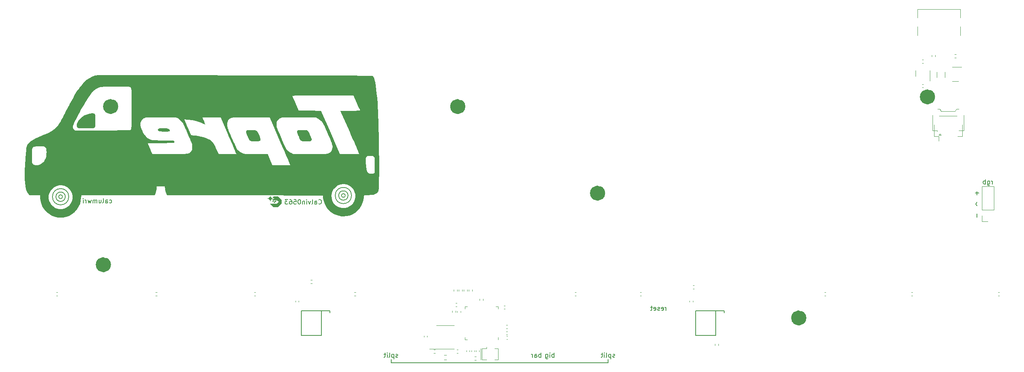
<source format=gbr>
%TF.GenerationSoftware,KiCad,Pcbnew,(7.0.0)*%
%TF.CreationDate,2024-05-04T00:17:19+02:00*%
%TF.ProjectId,minivan,6d696e69-7661-46e2-9e6b-696361645f70,rev?*%
%TF.SameCoordinates,Original*%
%TF.FileFunction,Legend,Bot*%
%TF.FilePolarity,Positive*%
%FSLAX46Y46*%
G04 Gerber Fmt 4.6, Leading zero omitted, Abs format (unit mm)*
G04 Created by KiCad (PCBNEW (7.0.0)) date 2024-05-04 00:17:19*
%MOMM*%
%LPD*%
G01*
G04 APERTURE LIST*
%ADD10C,1.662500*%
%ADD11C,0.150000*%
%ADD12C,0.200000*%
%ADD13C,0.120000*%
%ADD14C,0.170180*%
%ADD15C,0.002540*%
G04 APERTURE END LIST*
D10*
X162040092Y-59537716D02*
G75*
G03*
X162040092Y-59537716I-831250J0D01*
G01*
X55190491Y-40481250D02*
G75*
G03*
X55190491Y-40481250I-831250J0D01*
G01*
D11*
X43792475Y-60325000D02*
G75*
G03*
X43792475Y-60325000I-419576J0D01*
G01*
D10*
X206187789Y-86970483D02*
G75*
G03*
X206187789Y-86970483I-831250J0D01*
G01*
D11*
X115887500Y-96837500D02*
X115887500Y-96043750D01*
X105840358Y-60051583D02*
G75*
G03*
X105840358Y-60051583I-419576J0D01*
G01*
D10*
X234430273Y-38366935D02*
G75*
G03*
X234430273Y-38366935I-831250J0D01*
G01*
D11*
X163512500Y-96043750D02*
X163512500Y-96837500D01*
D10*
X53590324Y-75254242D02*
G75*
G03*
X53590324Y-75254242I-831250J0D01*
G01*
D11*
X106449028Y-60051583D02*
G75*
G03*
X106449028Y-60051583I-1028246J0D01*
G01*
X44401145Y-60325000D02*
G75*
G03*
X44401145Y-60325000I-1028246J0D01*
G01*
X163512500Y-96837500D02*
X115887500Y-96837500D01*
D10*
X131358823Y-40493917D02*
G75*
G03*
X131358823Y-40493917I-831250J0D01*
G01*
D11*
X45161366Y-60325000D02*
G75*
G03*
X45161366Y-60325000I-1788467J0D01*
G01*
X107209249Y-60051583D02*
G75*
G03*
X107209249Y-60051583I-1788467J0D01*
G01*
X244442709Y-64057409D02*
X244442709Y-64819314D01*
D12*
X99996726Y-61844460D02*
X100044345Y-61892079D01*
X100044345Y-61892079D02*
X100187202Y-61939698D01*
X100187202Y-61939698D02*
X100282440Y-61939698D01*
X100282440Y-61939698D02*
X100425297Y-61892079D01*
X100425297Y-61892079D02*
X100520535Y-61796841D01*
X100520535Y-61796841D02*
X100568154Y-61701603D01*
X100568154Y-61701603D02*
X100615773Y-61511127D01*
X100615773Y-61511127D02*
X100615773Y-61368270D01*
X100615773Y-61368270D02*
X100568154Y-61177794D01*
X100568154Y-61177794D02*
X100520535Y-61082556D01*
X100520535Y-61082556D02*
X100425297Y-60987318D01*
X100425297Y-60987318D02*
X100282440Y-60939698D01*
X100282440Y-60939698D02*
X100187202Y-60939698D01*
X100187202Y-60939698D02*
X100044345Y-60987318D01*
X100044345Y-60987318D02*
X99996726Y-61034937D01*
X99139583Y-61939698D02*
X99139583Y-61415889D01*
X99139583Y-61415889D02*
X99187202Y-61320651D01*
X99187202Y-61320651D02*
X99282440Y-61273032D01*
X99282440Y-61273032D02*
X99472916Y-61273032D01*
X99472916Y-61273032D02*
X99568154Y-61320651D01*
X99139583Y-61892079D02*
X99234821Y-61939698D01*
X99234821Y-61939698D02*
X99472916Y-61939698D01*
X99472916Y-61939698D02*
X99568154Y-61892079D01*
X99568154Y-61892079D02*
X99615773Y-61796841D01*
X99615773Y-61796841D02*
X99615773Y-61701603D01*
X99615773Y-61701603D02*
X99568154Y-61606365D01*
X99568154Y-61606365D02*
X99472916Y-61558746D01*
X99472916Y-61558746D02*
X99234821Y-61558746D01*
X99234821Y-61558746D02*
X99139583Y-61511127D01*
X98520535Y-61939698D02*
X98615773Y-61892079D01*
X98615773Y-61892079D02*
X98663392Y-61796841D01*
X98663392Y-61796841D02*
X98663392Y-60939698D01*
X98234820Y-61273032D02*
X97996725Y-61939698D01*
X97996725Y-61939698D02*
X97758630Y-61273032D01*
X97377677Y-61939698D02*
X97377677Y-61273032D01*
X97377677Y-60939698D02*
X97425296Y-60987318D01*
X97425296Y-60987318D02*
X97377677Y-61034937D01*
X97377677Y-61034937D02*
X97330058Y-60987318D01*
X97330058Y-60987318D02*
X97377677Y-60939698D01*
X97377677Y-60939698D02*
X97377677Y-61034937D01*
X96901487Y-61273032D02*
X96901487Y-61939698D01*
X96901487Y-61368270D02*
X96853868Y-61320651D01*
X96853868Y-61320651D02*
X96758630Y-61273032D01*
X96758630Y-61273032D02*
X96615773Y-61273032D01*
X96615773Y-61273032D02*
X96520535Y-61320651D01*
X96520535Y-61320651D02*
X96472916Y-61415889D01*
X96472916Y-61415889D02*
X96472916Y-61939698D01*
X95806249Y-60939698D02*
X95711011Y-60939698D01*
X95711011Y-60939698D02*
X95615773Y-60987318D01*
X95615773Y-60987318D02*
X95568154Y-61034937D01*
X95568154Y-61034937D02*
X95520535Y-61130175D01*
X95520535Y-61130175D02*
X95472916Y-61320651D01*
X95472916Y-61320651D02*
X95472916Y-61558746D01*
X95472916Y-61558746D02*
X95520535Y-61749222D01*
X95520535Y-61749222D02*
X95568154Y-61844460D01*
X95568154Y-61844460D02*
X95615773Y-61892079D01*
X95615773Y-61892079D02*
X95711011Y-61939698D01*
X95711011Y-61939698D02*
X95806249Y-61939698D01*
X95806249Y-61939698D02*
X95901487Y-61892079D01*
X95901487Y-61892079D02*
X95949106Y-61844460D01*
X95949106Y-61844460D02*
X95996725Y-61749222D01*
X95996725Y-61749222D02*
X96044344Y-61558746D01*
X96044344Y-61558746D02*
X96044344Y-61320651D01*
X96044344Y-61320651D02*
X95996725Y-61130175D01*
X95996725Y-61130175D02*
X95949106Y-61034937D01*
X95949106Y-61034937D02*
X95901487Y-60987318D01*
X95901487Y-60987318D02*
X95806249Y-60939698D01*
X94568154Y-60939698D02*
X95044344Y-60939698D01*
X95044344Y-60939698D02*
X95091963Y-61415889D01*
X95091963Y-61415889D02*
X95044344Y-61368270D01*
X95044344Y-61368270D02*
X94949106Y-61320651D01*
X94949106Y-61320651D02*
X94711011Y-61320651D01*
X94711011Y-61320651D02*
X94615773Y-61368270D01*
X94615773Y-61368270D02*
X94568154Y-61415889D01*
X94568154Y-61415889D02*
X94520535Y-61511127D01*
X94520535Y-61511127D02*
X94520535Y-61749222D01*
X94520535Y-61749222D02*
X94568154Y-61844460D01*
X94568154Y-61844460D02*
X94615773Y-61892079D01*
X94615773Y-61892079D02*
X94711011Y-61939698D01*
X94711011Y-61939698D02*
X94949106Y-61939698D01*
X94949106Y-61939698D02*
X95044344Y-61892079D01*
X95044344Y-61892079D02*
X95091963Y-61844460D01*
X93663392Y-60939698D02*
X93853868Y-60939698D01*
X93853868Y-60939698D02*
X93949106Y-60987318D01*
X93949106Y-60987318D02*
X93996725Y-61034937D01*
X93996725Y-61034937D02*
X94091963Y-61177794D01*
X94091963Y-61177794D02*
X94139582Y-61368270D01*
X94139582Y-61368270D02*
X94139582Y-61749222D01*
X94139582Y-61749222D02*
X94091963Y-61844460D01*
X94091963Y-61844460D02*
X94044344Y-61892079D01*
X94044344Y-61892079D02*
X93949106Y-61939698D01*
X93949106Y-61939698D02*
X93758630Y-61939698D01*
X93758630Y-61939698D02*
X93663392Y-61892079D01*
X93663392Y-61892079D02*
X93615773Y-61844460D01*
X93615773Y-61844460D02*
X93568154Y-61749222D01*
X93568154Y-61749222D02*
X93568154Y-61511127D01*
X93568154Y-61511127D02*
X93615773Y-61415889D01*
X93615773Y-61415889D02*
X93663392Y-61368270D01*
X93663392Y-61368270D02*
X93758630Y-61320651D01*
X93758630Y-61320651D02*
X93949106Y-61320651D01*
X93949106Y-61320651D02*
X94044344Y-61368270D01*
X94044344Y-61368270D02*
X94091963Y-61415889D01*
X94091963Y-61415889D02*
X94139582Y-61511127D01*
X93234820Y-60939698D02*
X92615773Y-60939698D01*
X92615773Y-60939698D02*
X92949106Y-61320651D01*
X92949106Y-61320651D02*
X92806249Y-61320651D01*
X92806249Y-61320651D02*
X92711011Y-61368270D01*
X92711011Y-61368270D02*
X92663392Y-61415889D01*
X92663392Y-61415889D02*
X92615773Y-61511127D01*
X92615773Y-61511127D02*
X92615773Y-61749222D01*
X92615773Y-61749222D02*
X92663392Y-61844460D01*
X92663392Y-61844460D02*
X92711011Y-61892079D01*
X92711011Y-61892079D02*
X92806249Y-61939698D01*
X92806249Y-61939698D02*
X93091963Y-61939698D01*
X93091963Y-61939698D02*
X93187201Y-61892079D01*
X93187201Y-61892079D02*
X93234820Y-61844460D01*
D11*
X247832440Y-57517380D02*
X247832440Y-56850714D01*
X247832440Y-57041190D02*
X247784821Y-56945952D01*
X247784821Y-56945952D02*
X247737202Y-56898333D01*
X247737202Y-56898333D02*
X247641964Y-56850714D01*
X247641964Y-56850714D02*
X247546726Y-56850714D01*
X246784821Y-56850714D02*
X246784821Y-57660238D01*
X246784821Y-57660238D02*
X246832440Y-57755476D01*
X246832440Y-57755476D02*
X246880059Y-57803095D01*
X246880059Y-57803095D02*
X246975297Y-57850714D01*
X246975297Y-57850714D02*
X247118154Y-57850714D01*
X247118154Y-57850714D02*
X247213392Y-57803095D01*
X246784821Y-57469761D02*
X246880059Y-57517380D01*
X246880059Y-57517380D02*
X247070535Y-57517380D01*
X247070535Y-57517380D02*
X247165773Y-57469761D01*
X247165773Y-57469761D02*
X247213392Y-57422142D01*
X247213392Y-57422142D02*
X247261011Y-57326904D01*
X247261011Y-57326904D02*
X247261011Y-57041190D01*
X247261011Y-57041190D02*
X247213392Y-56945952D01*
X247213392Y-56945952D02*
X247165773Y-56898333D01*
X247165773Y-56898333D02*
X247070535Y-56850714D01*
X247070535Y-56850714D02*
X246880059Y-56850714D01*
X246880059Y-56850714D02*
X246784821Y-56898333D01*
X246308630Y-57517380D02*
X246308630Y-56517380D01*
X246308630Y-56898333D02*
X246213392Y-56850714D01*
X246213392Y-56850714D02*
X246022916Y-56850714D01*
X246022916Y-56850714D02*
X245927678Y-56898333D01*
X245927678Y-56898333D02*
X245880059Y-56945952D01*
X245880059Y-56945952D02*
X245832440Y-57041190D01*
X245832440Y-57041190D02*
X245832440Y-57326904D01*
X245832440Y-57326904D02*
X245880059Y-57422142D01*
X245880059Y-57422142D02*
X245927678Y-57469761D01*
X245927678Y-57469761D02*
X246022916Y-57517380D01*
X246022916Y-57517380D02*
X246213392Y-57517380D01*
X246213392Y-57517380D02*
X246308630Y-57469761D01*
X164964880Y-95569761D02*
X164869642Y-95617380D01*
X164869642Y-95617380D02*
X164679166Y-95617380D01*
X164679166Y-95617380D02*
X164583928Y-95569761D01*
X164583928Y-95569761D02*
X164536309Y-95474523D01*
X164536309Y-95474523D02*
X164536309Y-95426904D01*
X164536309Y-95426904D02*
X164583928Y-95331666D01*
X164583928Y-95331666D02*
X164679166Y-95284047D01*
X164679166Y-95284047D02*
X164822023Y-95284047D01*
X164822023Y-95284047D02*
X164917261Y-95236428D01*
X164917261Y-95236428D02*
X164964880Y-95141190D01*
X164964880Y-95141190D02*
X164964880Y-95093571D01*
X164964880Y-95093571D02*
X164917261Y-94998333D01*
X164917261Y-94998333D02*
X164822023Y-94950714D01*
X164822023Y-94950714D02*
X164679166Y-94950714D01*
X164679166Y-94950714D02*
X164583928Y-94998333D01*
X164107737Y-94950714D02*
X164107737Y-95950714D01*
X164107737Y-94998333D02*
X164012499Y-94950714D01*
X164012499Y-94950714D02*
X163822023Y-94950714D01*
X163822023Y-94950714D02*
X163726785Y-94998333D01*
X163726785Y-94998333D02*
X163679166Y-95045952D01*
X163679166Y-95045952D02*
X163631547Y-95141190D01*
X163631547Y-95141190D02*
X163631547Y-95426904D01*
X163631547Y-95426904D02*
X163679166Y-95522142D01*
X163679166Y-95522142D02*
X163726785Y-95569761D01*
X163726785Y-95569761D02*
X163822023Y-95617380D01*
X163822023Y-95617380D02*
X164012499Y-95617380D01*
X164012499Y-95617380D02*
X164107737Y-95569761D01*
X163060118Y-95617380D02*
X163155356Y-95569761D01*
X163155356Y-95569761D02*
X163202975Y-95474523D01*
X163202975Y-95474523D02*
X163202975Y-94617380D01*
X162679165Y-95617380D02*
X162679165Y-94950714D01*
X162679165Y-94617380D02*
X162726784Y-94665000D01*
X162726784Y-94665000D02*
X162679165Y-94712619D01*
X162679165Y-94712619D02*
X162631546Y-94665000D01*
X162631546Y-94665000D02*
X162679165Y-94617380D01*
X162679165Y-94617380D02*
X162679165Y-94712619D01*
X162345832Y-94950714D02*
X161964880Y-94950714D01*
X162202975Y-94617380D02*
X162202975Y-95474523D01*
X162202975Y-95474523D02*
X162155356Y-95569761D01*
X162155356Y-95569761D02*
X162060118Y-95617380D01*
X162060118Y-95617380D02*
X161964880Y-95617380D01*
X117339880Y-95569761D02*
X117244642Y-95617380D01*
X117244642Y-95617380D02*
X117054166Y-95617380D01*
X117054166Y-95617380D02*
X116958928Y-95569761D01*
X116958928Y-95569761D02*
X116911309Y-95474523D01*
X116911309Y-95474523D02*
X116911309Y-95426904D01*
X116911309Y-95426904D02*
X116958928Y-95331666D01*
X116958928Y-95331666D02*
X117054166Y-95284047D01*
X117054166Y-95284047D02*
X117197023Y-95284047D01*
X117197023Y-95284047D02*
X117292261Y-95236428D01*
X117292261Y-95236428D02*
X117339880Y-95141190D01*
X117339880Y-95141190D02*
X117339880Y-95093571D01*
X117339880Y-95093571D02*
X117292261Y-94998333D01*
X117292261Y-94998333D02*
X117197023Y-94950714D01*
X117197023Y-94950714D02*
X117054166Y-94950714D01*
X117054166Y-94950714D02*
X116958928Y-94998333D01*
X116482737Y-94950714D02*
X116482737Y-95950714D01*
X116482737Y-94998333D02*
X116387499Y-94950714D01*
X116387499Y-94950714D02*
X116197023Y-94950714D01*
X116197023Y-94950714D02*
X116101785Y-94998333D01*
X116101785Y-94998333D02*
X116054166Y-95045952D01*
X116054166Y-95045952D02*
X116006547Y-95141190D01*
X116006547Y-95141190D02*
X116006547Y-95426904D01*
X116006547Y-95426904D02*
X116054166Y-95522142D01*
X116054166Y-95522142D02*
X116101785Y-95569761D01*
X116101785Y-95569761D02*
X116197023Y-95617380D01*
X116197023Y-95617380D02*
X116387499Y-95617380D01*
X116387499Y-95617380D02*
X116482737Y-95569761D01*
X115435118Y-95617380D02*
X115530356Y-95569761D01*
X115530356Y-95569761D02*
X115577975Y-95474523D01*
X115577975Y-95474523D02*
X115577975Y-94617380D01*
X115054165Y-95617380D02*
X115054165Y-94950714D01*
X115054165Y-94617380D02*
X115101784Y-94665000D01*
X115101784Y-94665000D02*
X115054165Y-94712619D01*
X115054165Y-94712619D02*
X115006546Y-94665000D01*
X115006546Y-94665000D02*
X115054165Y-94617380D01*
X115054165Y-94617380D02*
X115054165Y-94712619D01*
X114720832Y-94950714D02*
X114339880Y-94950714D01*
X114577975Y-94617380D02*
X114577975Y-95474523D01*
X114577975Y-95474523D02*
X114530356Y-95569761D01*
X114530356Y-95569761D02*
X114435118Y-95617380D01*
X114435118Y-95617380D02*
X114339880Y-95617380D01*
D12*
X244478880Y-61563406D02*
X244193165Y-61944358D01*
X244193165Y-61944358D02*
X244478880Y-62325310D01*
D11*
X244461428Y-59150298D02*
X244461428Y-59912203D01*
X244842380Y-59531250D02*
X244080476Y-59531250D01*
X176244047Y-85298630D02*
X176244047Y-84631964D01*
X176244047Y-84822440D02*
X176196428Y-84727202D01*
X176196428Y-84727202D02*
X176148809Y-84679583D01*
X176148809Y-84679583D02*
X176053571Y-84631964D01*
X176053571Y-84631964D02*
X175958333Y-84631964D01*
X175244047Y-85251011D02*
X175339285Y-85298630D01*
X175339285Y-85298630D02*
X175529761Y-85298630D01*
X175529761Y-85298630D02*
X175624999Y-85251011D01*
X175624999Y-85251011D02*
X175672618Y-85155773D01*
X175672618Y-85155773D02*
X175672618Y-84774821D01*
X175672618Y-84774821D02*
X175624999Y-84679583D01*
X175624999Y-84679583D02*
X175529761Y-84631964D01*
X175529761Y-84631964D02*
X175339285Y-84631964D01*
X175339285Y-84631964D02*
X175244047Y-84679583D01*
X175244047Y-84679583D02*
X175196428Y-84774821D01*
X175196428Y-84774821D02*
X175196428Y-84870059D01*
X175196428Y-84870059D02*
X175672618Y-84965297D01*
X174815475Y-85251011D02*
X174720237Y-85298630D01*
X174720237Y-85298630D02*
X174529761Y-85298630D01*
X174529761Y-85298630D02*
X174434523Y-85251011D01*
X174434523Y-85251011D02*
X174386904Y-85155773D01*
X174386904Y-85155773D02*
X174386904Y-85108154D01*
X174386904Y-85108154D02*
X174434523Y-85012916D01*
X174434523Y-85012916D02*
X174529761Y-84965297D01*
X174529761Y-84965297D02*
X174672618Y-84965297D01*
X174672618Y-84965297D02*
X174767856Y-84917678D01*
X174767856Y-84917678D02*
X174815475Y-84822440D01*
X174815475Y-84822440D02*
X174815475Y-84774821D01*
X174815475Y-84774821D02*
X174767856Y-84679583D01*
X174767856Y-84679583D02*
X174672618Y-84631964D01*
X174672618Y-84631964D02*
X174529761Y-84631964D01*
X174529761Y-84631964D02*
X174434523Y-84679583D01*
X173577380Y-85251011D02*
X173672618Y-85298630D01*
X173672618Y-85298630D02*
X173863094Y-85298630D01*
X173863094Y-85298630D02*
X173958332Y-85251011D01*
X173958332Y-85251011D02*
X174005951Y-85155773D01*
X174005951Y-85155773D02*
X174005951Y-84774821D01*
X174005951Y-84774821D02*
X173958332Y-84679583D01*
X173958332Y-84679583D02*
X173863094Y-84631964D01*
X173863094Y-84631964D02*
X173672618Y-84631964D01*
X173672618Y-84631964D02*
X173577380Y-84679583D01*
X173577380Y-84679583D02*
X173529761Y-84774821D01*
X173529761Y-84774821D02*
X173529761Y-84870059D01*
X173529761Y-84870059D02*
X174005951Y-84965297D01*
X173244046Y-84631964D02*
X172863094Y-84631964D01*
X173101189Y-84298630D02*
X173101189Y-85155773D01*
X173101189Y-85155773D02*
X173053570Y-85251011D01*
X173053570Y-85251011D02*
X172958332Y-85298630D01*
X172958332Y-85298630D02*
X172863094Y-85298630D01*
D12*
X54102083Y-61647261D02*
X54197321Y-61694880D01*
X54197321Y-61694880D02*
X54387797Y-61694880D01*
X54387797Y-61694880D02*
X54483035Y-61647261D01*
X54483035Y-61647261D02*
X54530654Y-61599642D01*
X54530654Y-61599642D02*
X54578273Y-61504404D01*
X54578273Y-61504404D02*
X54578273Y-61218690D01*
X54578273Y-61218690D02*
X54530654Y-61123452D01*
X54530654Y-61123452D02*
X54483035Y-61075833D01*
X54483035Y-61075833D02*
X54387797Y-61028214D01*
X54387797Y-61028214D02*
X54197321Y-61028214D01*
X54197321Y-61028214D02*
X54102083Y-61075833D01*
X53244940Y-61694880D02*
X53244940Y-61171071D01*
X53244940Y-61171071D02*
X53292559Y-61075833D01*
X53292559Y-61075833D02*
X53387797Y-61028214D01*
X53387797Y-61028214D02*
X53578273Y-61028214D01*
X53578273Y-61028214D02*
X53673511Y-61075833D01*
X53244940Y-61647261D02*
X53340178Y-61694880D01*
X53340178Y-61694880D02*
X53578273Y-61694880D01*
X53578273Y-61694880D02*
X53673511Y-61647261D01*
X53673511Y-61647261D02*
X53721130Y-61552023D01*
X53721130Y-61552023D02*
X53721130Y-61456785D01*
X53721130Y-61456785D02*
X53673511Y-61361547D01*
X53673511Y-61361547D02*
X53578273Y-61313928D01*
X53578273Y-61313928D02*
X53340178Y-61313928D01*
X53340178Y-61313928D02*
X53244940Y-61266309D01*
X52625892Y-61694880D02*
X52721130Y-61647261D01*
X52721130Y-61647261D02*
X52768749Y-61552023D01*
X52768749Y-61552023D02*
X52768749Y-60694880D01*
X51816368Y-61028214D02*
X51816368Y-61694880D01*
X52244939Y-61028214D02*
X52244939Y-61552023D01*
X52244939Y-61552023D02*
X52197320Y-61647261D01*
X52197320Y-61647261D02*
X52102082Y-61694880D01*
X52102082Y-61694880D02*
X51959225Y-61694880D01*
X51959225Y-61694880D02*
X51863987Y-61647261D01*
X51863987Y-61647261D02*
X51816368Y-61599642D01*
X51340177Y-61694880D02*
X51340177Y-61028214D01*
X51340177Y-61123452D02*
X51292558Y-61075833D01*
X51292558Y-61075833D02*
X51197320Y-61028214D01*
X51197320Y-61028214D02*
X51054463Y-61028214D01*
X51054463Y-61028214D02*
X50959225Y-61075833D01*
X50959225Y-61075833D02*
X50911606Y-61171071D01*
X50911606Y-61171071D02*
X50911606Y-61694880D01*
X50911606Y-61171071D02*
X50863987Y-61075833D01*
X50863987Y-61075833D02*
X50768749Y-61028214D01*
X50768749Y-61028214D02*
X50625892Y-61028214D01*
X50625892Y-61028214D02*
X50530653Y-61075833D01*
X50530653Y-61075833D02*
X50483034Y-61171071D01*
X50483034Y-61171071D02*
X50483034Y-61694880D01*
X50102082Y-61028214D02*
X49911606Y-61694880D01*
X49911606Y-61694880D02*
X49721130Y-61218690D01*
X49721130Y-61218690D02*
X49530654Y-61694880D01*
X49530654Y-61694880D02*
X49340178Y-61028214D01*
X48959225Y-61694880D02*
X48959225Y-61028214D01*
X48959225Y-61218690D02*
X48911606Y-61123452D01*
X48911606Y-61123452D02*
X48863987Y-61075833D01*
X48863987Y-61075833D02*
X48768749Y-61028214D01*
X48768749Y-61028214D02*
X48673511Y-61028214D01*
X48340177Y-61694880D02*
X48340177Y-61028214D01*
X48340177Y-60694880D02*
X48387796Y-60742500D01*
X48387796Y-60742500D02*
X48340177Y-60790119D01*
X48340177Y-60790119D02*
X48292558Y-60742500D01*
X48292558Y-60742500D02*
X48340177Y-60694880D01*
X48340177Y-60694880D02*
X48340177Y-60790119D01*
D11*
X151644047Y-95617380D02*
X151644047Y-94617380D01*
X151644047Y-94998333D02*
X151548809Y-94950714D01*
X151548809Y-94950714D02*
X151358333Y-94950714D01*
X151358333Y-94950714D02*
X151263095Y-94998333D01*
X151263095Y-94998333D02*
X151215476Y-95045952D01*
X151215476Y-95045952D02*
X151167857Y-95141190D01*
X151167857Y-95141190D02*
X151167857Y-95426904D01*
X151167857Y-95426904D02*
X151215476Y-95522142D01*
X151215476Y-95522142D02*
X151263095Y-95569761D01*
X151263095Y-95569761D02*
X151358333Y-95617380D01*
X151358333Y-95617380D02*
X151548809Y-95617380D01*
X151548809Y-95617380D02*
X151644047Y-95569761D01*
X150739285Y-95617380D02*
X150739285Y-94950714D01*
X150739285Y-94617380D02*
X150786904Y-94665000D01*
X150786904Y-94665000D02*
X150739285Y-94712619D01*
X150739285Y-94712619D02*
X150691666Y-94665000D01*
X150691666Y-94665000D02*
X150739285Y-94617380D01*
X150739285Y-94617380D02*
X150739285Y-94712619D01*
X149834524Y-94950714D02*
X149834524Y-95760238D01*
X149834524Y-95760238D02*
X149882143Y-95855476D01*
X149882143Y-95855476D02*
X149929762Y-95903095D01*
X149929762Y-95903095D02*
X150025000Y-95950714D01*
X150025000Y-95950714D02*
X150167857Y-95950714D01*
X150167857Y-95950714D02*
X150263095Y-95903095D01*
X149834524Y-95569761D02*
X149929762Y-95617380D01*
X149929762Y-95617380D02*
X150120238Y-95617380D01*
X150120238Y-95617380D02*
X150215476Y-95569761D01*
X150215476Y-95569761D02*
X150263095Y-95522142D01*
X150263095Y-95522142D02*
X150310714Y-95426904D01*
X150310714Y-95426904D02*
X150310714Y-95141190D01*
X150310714Y-95141190D02*
X150263095Y-95045952D01*
X150263095Y-95045952D02*
X150215476Y-94998333D01*
X150215476Y-94998333D02*
X150120238Y-94950714D01*
X150120238Y-94950714D02*
X149929762Y-94950714D01*
X149929762Y-94950714D02*
X149834524Y-94998333D01*
X148758333Y-95617380D02*
X148758333Y-94617380D01*
X148758333Y-94998333D02*
X148663095Y-94950714D01*
X148663095Y-94950714D02*
X148472619Y-94950714D01*
X148472619Y-94950714D02*
X148377381Y-94998333D01*
X148377381Y-94998333D02*
X148329762Y-95045952D01*
X148329762Y-95045952D02*
X148282143Y-95141190D01*
X148282143Y-95141190D02*
X148282143Y-95426904D01*
X148282143Y-95426904D02*
X148329762Y-95522142D01*
X148329762Y-95522142D02*
X148377381Y-95569761D01*
X148377381Y-95569761D02*
X148472619Y-95617380D01*
X148472619Y-95617380D02*
X148663095Y-95617380D01*
X148663095Y-95617380D02*
X148758333Y-95569761D01*
X147425000Y-95617380D02*
X147425000Y-95093571D01*
X147425000Y-95093571D02*
X147472619Y-94998333D01*
X147472619Y-94998333D02*
X147567857Y-94950714D01*
X147567857Y-94950714D02*
X147758333Y-94950714D01*
X147758333Y-94950714D02*
X147853571Y-94998333D01*
X147425000Y-95569761D02*
X147520238Y-95617380D01*
X147520238Y-95617380D02*
X147758333Y-95617380D01*
X147758333Y-95617380D02*
X147853571Y-95569761D01*
X147853571Y-95569761D02*
X147901190Y-95474523D01*
X147901190Y-95474523D02*
X147901190Y-95379285D01*
X147901190Y-95379285D02*
X147853571Y-95284047D01*
X147853571Y-95284047D02*
X147758333Y-95236428D01*
X147758333Y-95236428D02*
X147520238Y-95236428D01*
X147520238Y-95236428D02*
X147425000Y-95188809D01*
X146948809Y-95617380D02*
X146948809Y-94950714D01*
X146948809Y-95141190D02*
X146901190Y-95045952D01*
X146901190Y-95045952D02*
X146853571Y-94998333D01*
X146853571Y-94998333D02*
X146758333Y-94950714D01*
X146758333Y-94950714D02*
X146663095Y-94950714D01*
D13*
%TO.C,C10*%
X134246072Y-94118137D02*
X134246072Y-94333809D01*
X133526072Y-94118137D02*
X133526072Y-94333809D01*
%TO.C,R14*%
X64189257Y-81376250D02*
X64496539Y-81376250D01*
X64189257Y-82136250D02*
X64496539Y-82136250D01*
%TO.C,R23*%
X210983859Y-81376250D02*
X211291141Y-81376250D01*
X210983859Y-82136250D02*
X211291141Y-82136250D01*
%TO.C,R5*%
X132636250Y-80743417D02*
X132636250Y-81050699D01*
X131876250Y-80743417D02*
X131876250Y-81050699D01*
%TO.C,R18*%
X125566141Y-94742500D02*
X125258859Y-94742500D01*
X125566141Y-93982500D02*
X125258859Y-93982500D01*
%TO.C,Y1*%
X135601214Y-94117035D02*
X135601214Y-93717035D01*
X135601214Y-96117035D02*
X135601214Y-94117035D01*
X135801214Y-94117035D02*
X135801214Y-93717035D01*
X135801214Y-94117035D02*
X135801214Y-96117035D01*
X135801214Y-96117035D02*
X136801214Y-96117035D01*
X136801214Y-93717035D02*
X135801214Y-93717035D01*
X136801214Y-93717035D02*
X136801214Y-93317035D01*
X138601214Y-96117035D02*
X139401214Y-96117035D01*
X139401214Y-93717035D02*
X138601214Y-93717035D01*
X139401214Y-94117035D02*
X139401214Y-93717035D01*
X139401214Y-96117035D02*
X139401214Y-94117035D01*
%TO.C,G\u002A\u002A\u002A*%
G36*
X90546500Y-61449568D02*
G01*
X90318507Y-61677568D01*
X90164507Y-61677568D01*
X90010507Y-61677568D01*
X90238500Y-61449568D01*
X90466494Y-61221568D01*
X90620494Y-61221568D01*
X90774494Y-61221568D01*
X90546500Y-61449568D01*
G37*
G36*
X90154500Y-61335568D02*
G01*
X90040514Y-61449568D01*
X89885514Y-61449568D01*
X89730514Y-61449568D01*
X89844500Y-61335568D01*
X89958487Y-61221568D01*
X90113487Y-61221568D01*
X90268487Y-61221568D01*
X90154500Y-61335568D01*
G37*
G36*
X91469999Y-60665066D02*
G01*
X91861501Y-61056564D01*
X91861501Y-61449564D01*
X91861500Y-61842564D01*
X91470002Y-62234066D01*
X91078504Y-62625568D01*
X90588500Y-62625568D01*
X90098497Y-62625568D01*
X89706500Y-62233568D01*
X89314504Y-61841568D01*
X90097506Y-61841568D01*
X90880508Y-61841568D01*
X91076500Y-61645568D01*
X91272493Y-61449568D01*
X91076504Y-61253571D01*
X90880515Y-61057574D01*
X90296604Y-61057071D01*
X89712694Y-61056568D01*
X89731550Y-61034568D01*
X89738506Y-61026648D01*
X89751156Y-61012882D01*
X89765623Y-60997725D01*
X89781172Y-60981911D01*
X89797070Y-60966173D01*
X89812581Y-60951247D01*
X89826969Y-60937865D01*
X89839500Y-60926762D01*
X89863936Y-60906526D01*
X89913969Y-60868994D01*
X89966354Y-60834697D01*
X90021089Y-60803637D01*
X90078172Y-60775813D01*
X90137603Y-60751227D01*
X90199380Y-60729878D01*
X90263500Y-60711769D01*
X90270691Y-60709902D01*
X90279731Y-60707378D01*
X90286593Y-60705242D01*
X90290706Y-60703675D01*
X90291500Y-60702858D01*
X90289145Y-60702165D01*
X90283432Y-60700614D01*
X90275132Y-60698419D01*
X90264927Y-60695760D01*
X90253500Y-60692819D01*
X90238422Y-60688842D01*
X90181620Y-60671723D01*
X90125957Y-60651586D01*
X90071834Y-60628623D01*
X90019651Y-60603027D01*
X89969808Y-60574991D01*
X89922704Y-60544707D01*
X89878740Y-60512368D01*
X89866980Y-60503101D01*
X89981734Y-60388334D01*
X90096487Y-60273568D01*
X90587492Y-60273568D01*
X91078497Y-60273568D01*
X91469999Y-60665066D01*
G37*
G36*
X89400488Y-60070568D02*
G01*
X89400766Y-60071759D01*
X89402099Y-60077094D01*
X89404158Y-60085082D01*
X89406719Y-60094862D01*
X89409559Y-60105568D01*
X89420811Y-60143881D01*
X89439813Y-60196764D01*
X89462297Y-60247987D01*
X89488114Y-60297400D01*
X89517112Y-60344854D01*
X89549141Y-60390199D01*
X89584048Y-60433284D01*
X89621684Y-60473960D01*
X89661898Y-60512077D01*
X89704538Y-60547484D01*
X89749453Y-60580033D01*
X89796493Y-60609574D01*
X89845506Y-60635955D01*
X89896342Y-60659029D01*
X89948849Y-60678643D01*
X90002877Y-60694650D01*
X90006361Y-60695552D01*
X90016193Y-60698122D01*
X90024520Y-60700331D01*
X90030553Y-60701967D01*
X90033500Y-60702821D01*
X90033673Y-60702983D01*
X90031921Y-60704059D01*
X90027071Y-60705811D01*
X90019729Y-60708035D01*
X90010500Y-60710528D01*
X89957722Y-60725916D01*
X89903905Y-60745552D01*
X89851886Y-60768625D01*
X89801808Y-60795008D01*
X89753811Y-60824579D01*
X89708038Y-60857212D01*
X89664630Y-60892782D01*
X89623729Y-60931166D01*
X89585475Y-60972238D01*
X89550011Y-61015874D01*
X89517479Y-61061950D01*
X89488019Y-61110340D01*
X89461773Y-61160921D01*
X89438884Y-61213568D01*
X89434976Y-61223621D01*
X89425063Y-61250835D01*
X89416328Y-61277774D01*
X89408325Y-61305862D01*
X89400613Y-61336522D01*
X89400162Y-61337908D01*
X89399353Y-61338263D01*
X89398228Y-61336295D01*
X89396639Y-61331611D01*
X89394436Y-61323817D01*
X89391468Y-61312522D01*
X89391394Y-61312237D01*
X89375487Y-61258207D01*
X89356055Y-61205421D01*
X89333300Y-61154376D01*
X89307424Y-61105568D01*
X89282921Y-61065631D01*
X89250124Y-61018903D01*
X89214412Y-60974687D01*
X89175957Y-60933114D01*
X89134928Y-60894315D01*
X89091496Y-60858418D01*
X89045832Y-60825554D01*
X88998106Y-60795854D01*
X88948490Y-60769446D01*
X88897153Y-60746461D01*
X88844266Y-60727030D01*
X88790000Y-60711281D01*
X88787070Y-60710535D01*
X88777818Y-60708090D01*
X88770342Y-60705979D01*
X88765345Y-60704407D01*
X88763530Y-60703578D01*
X88763530Y-60703576D01*
X88765382Y-60702738D01*
X88770368Y-60701209D01*
X88777731Y-60699207D01*
X88786712Y-60696948D01*
X88801827Y-60693027D01*
X88823970Y-60686599D01*
X88847232Y-60679184D01*
X88870210Y-60671232D01*
X88891500Y-60663196D01*
X88925321Y-60648834D01*
X88974847Y-60624357D01*
X89023054Y-60596417D01*
X89069512Y-60565308D01*
X89113792Y-60531326D01*
X89155463Y-60494764D01*
X89194097Y-60455917D01*
X89205284Y-60443606D01*
X89242284Y-60399103D01*
X89276012Y-60352361D01*
X89306384Y-60303537D01*
X89333313Y-60252788D01*
X89356715Y-60200272D01*
X89376503Y-60146146D01*
X89392591Y-60090568D01*
X89393452Y-60087178D01*
X89395904Y-60077876D01*
X89397676Y-60071962D01*
X89398926Y-60069038D01*
X89399811Y-60068706D01*
X89400488Y-60070568D01*
G37*
%TO.C,R25*%
X249083859Y-81366059D02*
X249391141Y-81366059D01*
X249083859Y-82126059D02*
X249391141Y-82126059D01*
%TO.C,U1*%
X132121250Y-91716250D02*
X132596250Y-91716250D01*
X132121250Y-91241250D02*
X132121250Y-91716250D01*
X139341250Y-91241250D02*
X139341250Y-91716250D01*
X132121250Y-84971250D02*
X132121250Y-84496250D01*
X139341250Y-84971250D02*
X139341250Y-84496250D01*
X132121250Y-84496250D02*
X132596250Y-84496250D01*
X139341250Y-84496250D02*
X138866250Y-84496250D01*
%TO.C,C16*%
X133149679Y-94118137D02*
X133149679Y-94333809D01*
X132429679Y-94118137D02*
X132429679Y-94333809D01*
%TO.C,J4*%
X245526250Y-58042500D02*
X248186250Y-58042500D01*
X245526250Y-63182500D02*
X245526250Y-58042500D01*
X245526250Y-63182500D02*
X248186250Y-63182500D01*
X245526250Y-64452500D02*
X245526250Y-65782500D01*
X245526250Y-65782500D02*
X246856250Y-65782500D01*
X248186250Y-63182500D02*
X248186250Y-58042500D01*
D14*
%TO.C,U6*%
X188974110Y-85436250D02*
X187143750Y-85436250D01*
X187143750Y-85436250D02*
X187143750Y-90776250D01*
X182744470Y-85436250D02*
X187143750Y-85436250D01*
X188974110Y-85835030D02*
X188974110Y-85436250D01*
D15*
X182744110Y-90590370D02*
X182744110Y-90605610D01*
D14*
X187143750Y-90776250D02*
X182744470Y-90776250D01*
X182744470Y-90776250D02*
X182744470Y-85436250D01*
%TO.C,G\u002A\u002A\u002A*%
G36*
X66206772Y-45283347D02*
G01*
X66593816Y-45304268D01*
X66879398Y-45346857D01*
X67081336Y-45415618D01*
X67217446Y-45515055D01*
X67305547Y-45649672D01*
X67338367Y-45729652D01*
X67343200Y-45834484D01*
X67259620Y-45919803D01*
X67226117Y-45938909D01*
X67101501Y-45973329D01*
X66895927Y-45996079D01*
X66592003Y-46008642D01*
X66172334Y-46012500D01*
X65727168Y-46006234D01*
X65351461Y-45982412D01*
X65078146Y-45936805D01*
X64891413Y-45865237D01*
X64775450Y-45763534D01*
X64714448Y-45627521D01*
X64707080Y-45594909D01*
X64703702Y-45478658D01*
X64756752Y-45394185D01*
X64881563Y-45336746D01*
X65093467Y-45301593D01*
X65407796Y-45283982D01*
X65839884Y-45279166D01*
X66206772Y-45283347D01*
G37*
G36*
X97652097Y-45895833D02*
G01*
X97803595Y-46085954D01*
X97983699Y-46407259D01*
X98184452Y-46854711D01*
X98317561Y-47183683D01*
X98418986Y-47463399D01*
X98470441Y-47663940D01*
X98475261Y-47807504D01*
X98436781Y-47916291D01*
X98358334Y-48012500D01*
X98312401Y-48052952D01*
X98234690Y-48094479D01*
X98119348Y-48121473D01*
X97942454Y-48136968D01*
X97680090Y-48143994D01*
X97308334Y-48145584D01*
X97157147Y-48145409D01*
X96762573Y-48138960D01*
X96469036Y-48112356D01*
X96252056Y-48051104D01*
X96087156Y-47940711D01*
X95949854Y-47766685D01*
X95815673Y-47514532D01*
X95660132Y-47169759D01*
X95548082Y-46902596D01*
X95432846Y-46597355D01*
X95348442Y-46338456D01*
X95307864Y-46163038D01*
X95307481Y-46159794D01*
X95293217Y-45987721D01*
X95308547Y-45862496D01*
X95370759Y-45776693D01*
X95497137Y-45722885D01*
X95704969Y-45693646D01*
X96011542Y-45681548D01*
X96434142Y-45679166D01*
X97426959Y-45679166D01*
X97652097Y-45895833D01*
G37*
G36*
X85396959Y-45679271D02*
G01*
X85733724Y-45681545D01*
X85971091Y-45689390D01*
X86133259Y-45706180D01*
X86244429Y-45735284D01*
X86328801Y-45780075D01*
X86410575Y-45843925D01*
X86447901Y-45881121D01*
X86574133Y-46059105D01*
X86720732Y-46320118D01*
X86873197Y-46631615D01*
X87017025Y-46961050D01*
X87137714Y-47275877D01*
X87220762Y-47543551D01*
X87251667Y-47731526D01*
X87228799Y-47898422D01*
X87125592Y-48053644D01*
X87110883Y-48063160D01*
X86996789Y-48101609D01*
X86800948Y-48127145D01*
X86506252Y-48141294D01*
X86095592Y-48145584D01*
X86050395Y-48145582D01*
X85651523Y-48143689D01*
X85347732Y-48127656D01*
X85117603Y-48082141D01*
X84939719Y-47991802D01*
X84792661Y-47841298D01*
X84655011Y-47615288D01*
X84505352Y-47298430D01*
X84322264Y-46875383D01*
X84277144Y-46766663D01*
X84176237Y-46491832D01*
X84105926Y-46253613D01*
X84079278Y-46094030D01*
X84082993Y-45966834D01*
X84109324Y-45851234D01*
X84176914Y-45771560D01*
X84304172Y-45721165D01*
X84509507Y-45693400D01*
X84811330Y-45681617D01*
X85228048Y-45679166D01*
X85396959Y-45679271D01*
G37*
G36*
X50661256Y-42010152D02*
G01*
X50764405Y-42064293D01*
X50863852Y-42166217D01*
X50881820Y-42187261D01*
X50933884Y-42256240D01*
X50971502Y-42334409D01*
X50997018Y-42442458D01*
X51012780Y-42601077D01*
X51021133Y-42830958D01*
X51024425Y-43152791D01*
X51025000Y-43587267D01*
X51023044Y-44027619D01*
X51014513Y-44399625D01*
X50996282Y-44675016D01*
X50965239Y-44872956D01*
X50918271Y-45012609D01*
X50852266Y-45113139D01*
X50764111Y-45193713D01*
X50699424Y-45213111D01*
X50514352Y-45234760D01*
X50235743Y-45252352D01*
X49886034Y-45265780D01*
X49487664Y-45274937D01*
X49063069Y-45279718D01*
X48634689Y-45280015D01*
X48224959Y-45275722D01*
X47856319Y-45266733D01*
X47551205Y-45252941D01*
X47332055Y-45234240D01*
X47221308Y-45210523D01*
X47190180Y-45191338D01*
X47041698Y-45027213D01*
X46933515Y-44793096D01*
X46891667Y-44541809D01*
X46929039Y-44319876D01*
X47062038Y-44007700D01*
X47273387Y-43667819D01*
X47544222Y-43323788D01*
X47855679Y-42999163D01*
X48188893Y-42717497D01*
X48525000Y-42502346D01*
X48702119Y-42414518D01*
X49236366Y-42202479D01*
X49776326Y-42057960D01*
X50272888Y-41995211D01*
X50511250Y-41991308D01*
X50661256Y-42010152D01*
G37*
G36*
X113011643Y-41326744D02*
G01*
X113033529Y-41787749D01*
X113069831Y-42668190D01*
X113103505Y-43601728D01*
X113134456Y-44579045D01*
X113162591Y-45590824D01*
X113187816Y-46627747D01*
X113210034Y-47680496D01*
X113229152Y-48739754D01*
X113245077Y-49796202D01*
X113257712Y-50840524D01*
X113265462Y-51697348D01*
X113266964Y-51863401D01*
X113272738Y-52855516D01*
X113274940Y-53807551D01*
X113273475Y-54710189D01*
X113268250Y-55554111D01*
X113259169Y-56330000D01*
X113246138Y-57028538D01*
X113229062Y-57640408D01*
X113207848Y-58156292D01*
X113182401Y-58566873D01*
X113152626Y-58862831D01*
X113118429Y-59034851D01*
X113099656Y-59086566D01*
X112947631Y-59363273D01*
X112720858Y-59583889D01*
X112408448Y-59753031D01*
X111999514Y-59875318D01*
X111483170Y-59955369D01*
X110848527Y-59997802D01*
X109972054Y-60029427D01*
X109941908Y-60324905D01*
X109927007Y-60470963D01*
X109854924Y-60984596D01*
X109685767Y-61643265D01*
X109427754Y-62233042D01*
X109068095Y-62781221D01*
X108593996Y-63315095D01*
X108518743Y-63389273D01*
X107963372Y-63865009D01*
X107394996Y-64218241D01*
X106791597Y-64458034D01*
X106131160Y-64593452D01*
X105391667Y-64633560D01*
X104983049Y-64617367D01*
X104372421Y-64525740D01*
X103794726Y-64342198D01*
X103201868Y-64054012D01*
X102680031Y-63705460D01*
X102148951Y-63210325D01*
X101701158Y-62630598D01*
X101348091Y-61984185D01*
X101101187Y-61288993D01*
X100971885Y-60562928D01*
X100933495Y-60139529D01*
X102820665Y-60139529D01*
X102863049Y-60676561D01*
X103007340Y-61189885D01*
X103263486Y-61652358D01*
X103641285Y-62087242D01*
X103830862Y-62254469D01*
X104270313Y-62531456D01*
X104791667Y-62721876D01*
X105180521Y-62794086D01*
X105723869Y-62792271D01*
X106242272Y-62678348D01*
X106722279Y-62464538D01*
X107150436Y-62163062D01*
X107513293Y-61786139D01*
X107797398Y-61345992D01*
X107989298Y-60854840D01*
X108075542Y-60324905D01*
X108042679Y-59768406D01*
X108010334Y-59606398D01*
X107820070Y-59046993D01*
X107528009Y-58560343D01*
X107146128Y-58157212D01*
X106686408Y-57848365D01*
X106160826Y-57644566D01*
X105581362Y-57556580D01*
X105353120Y-57553547D01*
X104774923Y-57620993D01*
X104260411Y-57803060D01*
X103799506Y-58104205D01*
X103382127Y-58528885D01*
X103338692Y-58583291D01*
X103045802Y-59055212D01*
X102875058Y-59568417D01*
X102820665Y-60139529D01*
X100933495Y-60139529D01*
X100925000Y-60045833D01*
X83828956Y-60012500D01*
X66732912Y-59979166D01*
X66575473Y-59673230D01*
X66532430Y-59579352D01*
X66422444Y-59212537D01*
X66342665Y-58723230D01*
X66267296Y-58079166D01*
X65346148Y-58079166D01*
X64425000Y-58079166D01*
X64423611Y-58462500D01*
X64419366Y-58609191D01*
X64383585Y-58969521D01*
X64318664Y-59322345D01*
X64233359Y-59625733D01*
X64136427Y-59837750D01*
X64021927Y-60012500D01*
X55966852Y-60012500D01*
X47911777Y-60012500D01*
X47901755Y-60165075D01*
X47871243Y-60629569D01*
X47812633Y-61161035D01*
X47649137Y-61844144D01*
X47382234Y-62466238D01*
X47001969Y-63048961D01*
X46498384Y-63613958D01*
X46308706Y-63794603D01*
X45777875Y-64217616D01*
X45225089Y-64528885D01*
X44620050Y-64743311D01*
X43932463Y-64875791D01*
X43504263Y-64910198D01*
X42777820Y-64870661D01*
X42080687Y-64713814D01*
X41423971Y-64449485D01*
X40818780Y-64087504D01*
X40276221Y-63637698D01*
X39807401Y-63109897D01*
X39423429Y-62513929D01*
X39135411Y-61859622D01*
X38954454Y-61156807D01*
X38910187Y-60634022D01*
X40764575Y-60634022D01*
X40862841Y-61156513D01*
X41061601Y-61648630D01*
X41354424Y-62093627D01*
X41734881Y-62474759D01*
X42196542Y-62775279D01*
X42732978Y-62978443D01*
X43013215Y-63036619D01*
X43589399Y-63061108D01*
X44144914Y-62955457D01*
X44672132Y-62721602D01*
X45163425Y-62361480D01*
X45352661Y-62173432D01*
X45680928Y-61721911D01*
X45899003Y-61224397D01*
X46007861Y-60699312D01*
X46008483Y-60165075D01*
X45901844Y-59640107D01*
X45688922Y-59142828D01*
X45370696Y-58691658D01*
X44948142Y-58305018D01*
X44637451Y-58108002D01*
X44114430Y-57893497D01*
X43570987Y-57796717D01*
X43025540Y-57814424D01*
X42496507Y-57943381D01*
X42002306Y-58180349D01*
X41561355Y-58522091D01*
X41192071Y-58965368D01*
X41137036Y-59051765D01*
X40895242Y-59564903D01*
X40773232Y-60097904D01*
X40764575Y-60634022D01*
X38910187Y-60634022D01*
X38891667Y-60415310D01*
X38891667Y-60012500D01*
X37760654Y-60012500D01*
X36629640Y-60012500D01*
X36396680Y-59807958D01*
X36317089Y-59731407D01*
X36099809Y-59438382D01*
X35917201Y-59049744D01*
X35768907Y-58561721D01*
X35654572Y-57970540D01*
X35573837Y-57272426D01*
X35526344Y-56463609D01*
X35511738Y-55540313D01*
X35529661Y-54498768D01*
X35579754Y-53335199D01*
X35661662Y-52045833D01*
X35666669Y-51976593D01*
X35704231Y-51470299D01*
X37085909Y-51470299D01*
X37089391Y-51888384D01*
X37099269Y-52272340D01*
X37115672Y-52597728D01*
X37138734Y-52840110D01*
X37168587Y-52975045D01*
X37196635Y-53021505D01*
X37335573Y-53159338D01*
X37522968Y-53278182D01*
X37895931Y-53392607D01*
X38310948Y-53397995D01*
X38733214Y-53296482D01*
X39140349Y-53096305D01*
X39509976Y-52805699D01*
X39819713Y-52432901D01*
X39839201Y-52403117D01*
X40058176Y-51993296D01*
X40200501Y-51548029D01*
X40272740Y-51038946D01*
X40281461Y-50437676D01*
X40271398Y-50142823D01*
X40257803Y-49905342D01*
X40235386Y-49748360D01*
X40197230Y-49643689D01*
X40136413Y-49563140D01*
X40046018Y-49478525D01*
X40020824Y-49456948D01*
X39841000Y-49346105D01*
X39604616Y-49270569D01*
X39293031Y-49227553D01*
X38887604Y-49214269D01*
X38369693Y-49227932D01*
X37985351Y-49253554D01*
X37668884Y-49299866D01*
X37444505Y-49371998D01*
X37290879Y-49477062D01*
X37186667Y-49622168D01*
X37159803Y-49723325D01*
X37133289Y-49945462D01*
X37112511Y-50255668D01*
X37097600Y-50629502D01*
X37088689Y-51042525D01*
X37085909Y-51470299D01*
X35704231Y-51470299D01*
X35717407Y-51292695D01*
X35762211Y-50728166D01*
X35802483Y-50270408D01*
X35839627Y-49906824D01*
X35875044Y-49624815D01*
X35910138Y-49411782D01*
X35946312Y-49255130D01*
X35984968Y-49142258D01*
X36124091Y-48871895D01*
X36329231Y-48593419D01*
X36600372Y-48325017D01*
X36948054Y-48059541D01*
X37382815Y-47789845D01*
X37915194Y-47508781D01*
X38555730Y-47209203D01*
X39314961Y-46883963D01*
X39494985Y-46809064D01*
X40166807Y-46520781D01*
X40732362Y-46258852D01*
X41208221Y-46011401D01*
X41610956Y-45766551D01*
X41957140Y-45512424D01*
X42263343Y-45237143D01*
X42510994Y-44967146D01*
X46056034Y-44967146D01*
X46080804Y-45168637D01*
X46171875Y-45348073D01*
X46328694Y-45529166D01*
X46545000Y-45745833D01*
X52501667Y-45741321D01*
X53393464Y-45740250D01*
X54478057Y-45737641D01*
X55432292Y-45733671D01*
X56257868Y-45728320D01*
X56956489Y-45721567D01*
X57529857Y-45713390D01*
X57979673Y-45703769D01*
X58307639Y-45692683D01*
X58515457Y-45680110D01*
X58604830Y-45666030D01*
X58629686Y-45653969D01*
X58695286Y-45618725D01*
X58751519Y-45575681D01*
X58799106Y-45515179D01*
X58838768Y-45427563D01*
X58871226Y-45303177D01*
X58897202Y-45132365D01*
X58917418Y-44905470D01*
X58932594Y-44612836D01*
X58933843Y-44570497D01*
X60899226Y-44570497D01*
X60998651Y-45083733D01*
X61041423Y-45212060D01*
X61145405Y-45481298D01*
X61278847Y-45796327D01*
X61423321Y-46112500D01*
X61659091Y-46547209D01*
X62041785Y-47059757D01*
X62482659Y-47452742D01*
X62982383Y-47726726D01*
X63541628Y-47882269D01*
X63591268Y-47888631D01*
X63800942Y-47903797D01*
X64116041Y-47917360D01*
X64516598Y-47928813D01*
X64982643Y-47937650D01*
X65494212Y-47943363D01*
X66031335Y-47945447D01*
X66615600Y-47946001D01*
X67085593Y-47947966D01*
X67450876Y-47952133D01*
X67725811Y-47959294D01*
X67924763Y-47970241D01*
X68062094Y-47985768D01*
X68152169Y-48006667D01*
X68209350Y-48033729D01*
X68248001Y-48067749D01*
X68324657Y-48181215D01*
X68351773Y-48340941D01*
X68275000Y-48458565D01*
X68243769Y-48465373D01*
X68092102Y-48477950D01*
X67829345Y-48490872D01*
X67469697Y-48503714D01*
X67027359Y-48516055D01*
X66516529Y-48527470D01*
X65951408Y-48537537D01*
X65346194Y-48545833D01*
X62500721Y-48579166D01*
X63002249Y-49762500D01*
X63288407Y-50437676D01*
X63503777Y-50945833D01*
X67247722Y-50941189D01*
X67819971Y-50940427D01*
X68585537Y-50938739D01*
X69235637Y-50935518D01*
X69781046Y-50929752D01*
X70232537Y-50920432D01*
X70600885Y-50906548D01*
X70896865Y-50887089D01*
X71131250Y-50861046D01*
X71314815Y-50827408D01*
X71458335Y-50785165D01*
X71572582Y-50733306D01*
X71668333Y-50670823D01*
X71756360Y-50596704D01*
X71847439Y-50509940D01*
X72052419Y-50278957D01*
X72201179Y-50005471D01*
X72272075Y-49684869D01*
X72278407Y-49279166D01*
X72273368Y-49188686D01*
X72260545Y-49055279D01*
X72237023Y-48918308D01*
X72197514Y-48762923D01*
X72136730Y-48574279D01*
X72049383Y-48337528D01*
X71930183Y-48037821D01*
X71773842Y-47660313D01*
X71575072Y-47190155D01*
X71328585Y-46612500D01*
X71153496Y-46205810D01*
X70934060Y-45703766D01*
X70727884Y-45240238D01*
X70542649Y-44832104D01*
X70386035Y-44496247D01*
X70265723Y-44249546D01*
X70189394Y-44108881D01*
X70029096Y-43884303D01*
X69611234Y-43465977D01*
X69403268Y-43326483D01*
X70548460Y-43326483D01*
X70643933Y-43552825D01*
X70910383Y-44184254D01*
X71175015Y-44810611D01*
X71395289Y-45330879D01*
X71575090Y-45754112D01*
X71718306Y-46089369D01*
X71828824Y-46345705D01*
X71910531Y-46532177D01*
X71967312Y-46657841D01*
X72003056Y-46731754D01*
X72021648Y-46762972D01*
X72075853Y-46783262D01*
X72240852Y-46814995D01*
X72486209Y-46849211D01*
X72782552Y-46881343D01*
X73056296Y-46909718D01*
X73857847Y-47027611D01*
X74570507Y-47193068D01*
X75224113Y-47414040D01*
X75848500Y-47698480D01*
X75963605Y-47758683D01*
X76261698Y-47930075D01*
X76507383Y-48106245D01*
X76716937Y-48307299D01*
X76906636Y-48553345D01*
X77092759Y-48864489D01*
X77291581Y-49260838D01*
X77299904Y-49279166D01*
X77519381Y-49762500D01*
X78041872Y-50945833D01*
X79997132Y-50945833D01*
X81952393Y-50945833D01*
X81760565Y-50495833D01*
X81719521Y-50399882D01*
X81622218Y-50173064D01*
X81481644Y-49845778D01*
X81303226Y-49430649D01*
X81092393Y-48940299D01*
X80854573Y-48387352D01*
X80595193Y-47784432D01*
X80319681Y-47144162D01*
X80033465Y-46479166D01*
X79056744Y-44210096D01*
X79904577Y-44210096D01*
X79905019Y-44669829D01*
X80016806Y-45155348D01*
X80053089Y-45256589D01*
X80162690Y-45540124D01*
X80309913Y-45901871D01*
X80486663Y-46323536D01*
X80684845Y-46786827D01*
X80896364Y-47273448D01*
X81113125Y-47765108D01*
X81327033Y-48243511D01*
X81529994Y-48690364D01*
X81713911Y-49087373D01*
X81870692Y-49416245D01*
X81992239Y-49658686D01*
X82070460Y-49796402D01*
X82396017Y-50176311D01*
X82835155Y-50519977D01*
X83347052Y-50787215D01*
X83400750Y-50809072D01*
X83496654Y-50844824D01*
X83596427Y-50873568D01*
X83714452Y-50896078D01*
X83865117Y-50913130D01*
X84062804Y-50925499D01*
X84321900Y-50933962D01*
X84656789Y-50939292D01*
X85081856Y-50942267D01*
X85611487Y-50943661D01*
X86260066Y-50944250D01*
X88795132Y-50945833D01*
X89326733Y-52177720D01*
X89858334Y-53409607D01*
X91815466Y-53411053D01*
X92228981Y-53411150D01*
X92704834Y-53410102D01*
X93070851Y-53406942D01*
X93340753Y-53400860D01*
X93528263Y-53391050D01*
X93647101Y-53376703D01*
X93710988Y-53357010D01*
X93733647Y-53331164D01*
X93728798Y-53298355D01*
X93714222Y-53263247D01*
X93650600Y-53113345D01*
X93540759Y-52855954D01*
X93419922Y-52573413D01*
X110358334Y-52573413D01*
X110367725Y-53096009D01*
X110384259Y-53331164D01*
X110413132Y-53741807D01*
X110495570Y-54270220D01*
X110614366Y-54678386D01*
X110768845Y-54963440D01*
X110958334Y-55122520D01*
X111040186Y-55155616D01*
X111311203Y-55221282D01*
X111603561Y-55243412D01*
X111879887Y-55223680D01*
X112102812Y-55163760D01*
X112234964Y-55065327D01*
X112246180Y-55012854D01*
X112260296Y-54839349D01*
X112272422Y-54565866D01*
X112281936Y-54211676D01*
X112288218Y-53796049D01*
X112290646Y-53338257D01*
X112291667Y-51697348D01*
X112115910Y-51521590D01*
X112030607Y-51443802D01*
X111936152Y-51390155D01*
X111806947Y-51360738D01*
X111610140Y-51348361D01*
X111312879Y-51345833D01*
X111062295Y-51347538D01*
X110847701Y-51358014D01*
X110707730Y-51384022D01*
X110609961Y-51432271D01*
X110521970Y-51509469D01*
X110514136Y-51517336D01*
X110450529Y-51588896D01*
X110407099Y-51668947D01*
X110380004Y-51782456D01*
X110365405Y-51954392D01*
X110359462Y-52209721D01*
X110358334Y-52573413D01*
X93419922Y-52573413D01*
X93388645Y-52500281D01*
X93198204Y-52055533D01*
X92973383Y-51530917D01*
X92718126Y-50935638D01*
X92436380Y-50278904D01*
X92132090Y-49569921D01*
X91809203Y-48817896D01*
X91471665Y-48032035D01*
X89905237Y-44385715D01*
X90744036Y-44385715D01*
X90760101Y-44740730D01*
X90821303Y-45045833D01*
X90858303Y-45145689D01*
X90944507Y-45361596D01*
X91070986Y-45670137D01*
X91231091Y-46055325D01*
X91418173Y-46501176D01*
X91625582Y-46991702D01*
X91846669Y-47510917D01*
X91918330Y-47678609D01*
X92152484Y-48225396D01*
X92343577Y-48667387D01*
X92498874Y-49018638D01*
X92625641Y-49293204D01*
X92731144Y-49505139D01*
X92822648Y-49668499D01*
X92907419Y-49797338D01*
X92992722Y-49905713D01*
X93085822Y-50007678D01*
X93193986Y-50117288D01*
X93436149Y-50336354D01*
X93730299Y-50558889D01*
X93996803Y-50718870D01*
X94391667Y-50912500D01*
X98058334Y-50925813D01*
X98721353Y-50927847D01*
X99455910Y-50928832D01*
X100074925Y-50927832D01*
X100588367Y-50924652D01*
X101006204Y-50919100D01*
X101338406Y-50910980D01*
X101594939Y-50900101D01*
X101785773Y-50886266D01*
X101920875Y-50869283D01*
X102010215Y-50848958D01*
X102164068Y-50792377D01*
X102536247Y-50568687D01*
X102810601Y-50258262D01*
X102980255Y-49870688D01*
X103038334Y-49415548D01*
X103038333Y-49406704D01*
X103037088Y-49277054D01*
X103030313Y-49157198D01*
X103013311Y-49033902D01*
X102981387Y-48893927D01*
X102929848Y-48724037D01*
X102853996Y-48510997D01*
X102749138Y-48241568D01*
X102610579Y-47902516D01*
X102433622Y-47480603D01*
X102213574Y-46962593D01*
X101945740Y-46335250D01*
X101866030Y-46148823D01*
X101629971Y-45599314D01*
X101436077Y-45154266D01*
X101277199Y-44799397D01*
X101146189Y-44520423D01*
X101035900Y-44303063D01*
X100939184Y-44133034D01*
X100848892Y-43996052D01*
X100757876Y-43877835D01*
X100658990Y-43764100D01*
X100543116Y-43644007D01*
X100214910Y-43361504D01*
X99880432Y-43141350D01*
X99458334Y-42912500D01*
X95758334Y-42892776D01*
X95429186Y-42891141D01*
X94583245Y-42888308D01*
X93861729Y-42888219D01*
X93258071Y-42890969D01*
X92765703Y-42896655D01*
X92378058Y-42905371D01*
X92088570Y-42917214D01*
X91890670Y-42932278D01*
X91777791Y-42950659D01*
X91566238Y-43035514D01*
X91271528Y-43228893D01*
X91017772Y-43475148D01*
X90850110Y-43736061D01*
X90842273Y-43755122D01*
X90771846Y-44038081D01*
X90744036Y-44385715D01*
X89905237Y-44385715D01*
X89258334Y-42879859D01*
X85184949Y-42879513D01*
X84525222Y-42879877D01*
X83675437Y-42881963D01*
X82949574Y-42885981D01*
X82342065Y-42892031D01*
X81847341Y-42900212D01*
X81459836Y-42910623D01*
X81173981Y-42923364D01*
X80984208Y-42938535D01*
X80884949Y-42956233D01*
X80506911Y-43148796D01*
X80211965Y-43433261D01*
X80009040Y-43792467D01*
X79904577Y-44210096D01*
X79056744Y-44210096D01*
X78498194Y-42912500D01*
X76494931Y-42894855D01*
X76305415Y-42893278D01*
X75819050Y-42890119D01*
X75384608Y-42888562D01*
X75018367Y-42888583D01*
X74736610Y-42890157D01*
X74555616Y-42893260D01*
X74491667Y-42897867D01*
X74491821Y-42898845D01*
X74520863Y-42972342D01*
X74592967Y-43141818D01*
X74697793Y-43383240D01*
X74825000Y-43672576D01*
X74835074Y-43695373D01*
X74960982Y-43982107D01*
X75063725Y-44219275D01*
X75132957Y-44382792D01*
X75158334Y-44448573D01*
X75143099Y-44446559D01*
X75035985Y-44405017D01*
X74848849Y-44323313D01*
X74608334Y-44212865D01*
X74308012Y-44077932D01*
X73309917Y-43713505D01*
X72302630Y-43476570D01*
X71270063Y-43363030D01*
X70548460Y-43326483D01*
X69403268Y-43326483D01*
X69076039Y-43106993D01*
X68725000Y-42912500D01*
X65397225Y-42893444D01*
X62069450Y-42874389D01*
X61720549Y-43045091D01*
X61625463Y-43095262D01*
X61281267Y-43360601D01*
X61043511Y-43700524D01*
X60915172Y-44106625D01*
X60899226Y-44570497D01*
X58933843Y-44570497D01*
X58943453Y-44244807D01*
X58950715Y-43791726D01*
X58955103Y-43243936D01*
X58957337Y-42591783D01*
X58958139Y-41825609D01*
X58958230Y-40935758D01*
X58958142Y-40397561D01*
X58957561Y-39613729D01*
X58956205Y-38946896D01*
X58953809Y-38386907D01*
X58951747Y-38128809D01*
X94225000Y-38128809D01*
X94248903Y-38196070D01*
X94319865Y-38369840D01*
X94430900Y-38633178D01*
X94574981Y-38969570D01*
X94745083Y-39362507D01*
X94934179Y-39795476D01*
X95434273Y-40935758D01*
X95643358Y-41412500D01*
X98084179Y-41413564D01*
X100525000Y-41414629D01*
X102594513Y-46163564D01*
X104011677Y-49415548D01*
X104664025Y-50912500D01*
X106777846Y-50930103D01*
X107062442Y-50931985D01*
X107555337Y-50932797D01*
X107994154Y-50930397D01*
X108363043Y-50925054D01*
X108646158Y-50917038D01*
X108827648Y-50906620D01*
X108891667Y-50894070D01*
X108890785Y-50890487D01*
X108855289Y-50801201D01*
X108770919Y-50601053D01*
X108641780Y-50299496D01*
X108471976Y-49905981D01*
X108265610Y-49429962D01*
X108026786Y-48880891D01*
X107759609Y-48268221D01*
X107468181Y-47601402D01*
X107156607Y-46889889D01*
X106828991Y-46143134D01*
X104766316Y-41445833D01*
X106935771Y-41428247D01*
X107074741Y-41427106D01*
X107643128Y-41421901D01*
X108094100Y-41416240D01*
X108440755Y-41409302D01*
X108696193Y-41400268D01*
X108873510Y-41388316D01*
X108985806Y-41372625D01*
X109046178Y-41352375D01*
X109067725Y-41326744D01*
X109063545Y-41294913D01*
X109035277Y-41227925D01*
X108956367Y-41050770D01*
X108836035Y-40784915D01*
X108682306Y-40448001D01*
X108503208Y-40057669D01*
X108306765Y-39631562D01*
X107591667Y-38083959D01*
X100908334Y-38081562D01*
X100314177Y-38081545D01*
X99405949Y-38082297D01*
X98541911Y-38083947D01*
X97730978Y-38086431D01*
X96982064Y-38089688D01*
X96304083Y-38093654D01*
X95705951Y-38098266D01*
X95196580Y-38103460D01*
X94784885Y-38109175D01*
X94479781Y-38115347D01*
X94290181Y-38121912D01*
X94225000Y-38128809D01*
X58951747Y-38128809D01*
X58950107Y-37923606D01*
X58944833Y-37546835D01*
X58937721Y-37246439D01*
X58928505Y-37012261D01*
X58916920Y-36834144D01*
X58902699Y-36701933D01*
X58885576Y-36605470D01*
X58865286Y-36534600D01*
X58841564Y-36479166D01*
X58795236Y-36391883D01*
X58739138Y-36311506D01*
X58666067Y-36245686D01*
X58564390Y-36193178D01*
X58422471Y-36152740D01*
X58228677Y-36123126D01*
X57971374Y-36103091D01*
X57638925Y-36091393D01*
X57219699Y-36086785D01*
X56702058Y-36088025D01*
X56074370Y-36093868D01*
X55325000Y-36103069D01*
X55003251Y-36107611D01*
X54397181Y-36118389D01*
X53830180Y-36131300D01*
X53317958Y-36145819D01*
X52876225Y-36161423D01*
X52520692Y-36177589D01*
X52267068Y-36193793D01*
X52131063Y-36209511D01*
X51828838Y-36288743D01*
X51491438Y-36421541D01*
X51167860Y-36605755D01*
X50848065Y-36851298D01*
X50522016Y-37168081D01*
X50179674Y-37566015D01*
X49811000Y-38055011D01*
X49405957Y-38644979D01*
X48954506Y-39345833D01*
X48778652Y-39630882D01*
X48508629Y-40083773D01*
X48210931Y-40596842D01*
X47897597Y-41148277D01*
X47580664Y-41716265D01*
X47272169Y-42278997D01*
X46984149Y-42814658D01*
X46728643Y-43301438D01*
X46517686Y-43717525D01*
X46363317Y-44041106D01*
X46207602Y-44403156D01*
X46098117Y-44719889D01*
X46056034Y-44967146D01*
X42510994Y-44967146D01*
X42546137Y-44928832D01*
X42822095Y-44575612D01*
X43107787Y-44165608D01*
X43135905Y-44123396D01*
X43229988Y-43978588D01*
X43327414Y-43821754D01*
X43433964Y-43642248D01*
X43555419Y-43429424D01*
X43697558Y-43172637D01*
X43866162Y-42861240D01*
X44067011Y-42484587D01*
X44305885Y-42032033D01*
X44588566Y-41492930D01*
X44920833Y-40856635D01*
X45308466Y-40112500D01*
X45427219Y-39884788D01*
X45805976Y-39165942D01*
X46138152Y-38549412D01*
X46432067Y-38021155D01*
X46696038Y-37567129D01*
X46938385Y-37173293D01*
X47167425Y-36825604D01*
X47391479Y-36510020D01*
X47618864Y-36212500D01*
X47988512Y-35763056D01*
X48569679Y-35136030D01*
X49139860Y-34625166D01*
X49710305Y-34221854D01*
X50292268Y-33917479D01*
X50896998Y-33703432D01*
X50917033Y-33697426D01*
X50943845Y-33687473D01*
X50963840Y-33678036D01*
X50980522Y-33669108D01*
X50997395Y-33660682D01*
X51017963Y-33652751D01*
X51045729Y-33645307D01*
X51084197Y-33638345D01*
X51136870Y-33631856D01*
X51207253Y-33625833D01*
X51298850Y-33620270D01*
X51415163Y-33615160D01*
X51559697Y-33610496D01*
X51735955Y-33606270D01*
X51947442Y-33602475D01*
X52197661Y-33599105D01*
X52490115Y-33596153D01*
X52828309Y-33593611D01*
X53215746Y-33591472D01*
X53655931Y-33589730D01*
X54152365Y-33588377D01*
X54708555Y-33587407D01*
X55328002Y-33586811D01*
X56014211Y-33586584D01*
X56770687Y-33586718D01*
X57600931Y-33587207D01*
X58508449Y-33588042D01*
X59496744Y-33589218D01*
X60569319Y-33590727D01*
X61729679Y-33592561D01*
X62981327Y-33594715D01*
X64327766Y-33597181D01*
X65772502Y-33599952D01*
X67319037Y-33603021D01*
X68970875Y-33606380D01*
X70731520Y-33610024D01*
X72604475Y-33613944D01*
X74593245Y-33618134D01*
X76701334Y-33622587D01*
X78932244Y-33627296D01*
X81289479Y-33632253D01*
X83776544Y-33637453D01*
X85140631Y-33640297D01*
X87364965Y-33644958D01*
X89461954Y-33649395D01*
X91435374Y-33653635D01*
X93289000Y-33657701D01*
X95026609Y-33661619D01*
X96651976Y-33665413D01*
X98168876Y-33669107D01*
X99581086Y-33672727D01*
X100892382Y-33676297D01*
X102106538Y-33679842D01*
X103227331Y-33683387D01*
X104258536Y-33686956D01*
X105203929Y-33690574D01*
X106067287Y-33694266D01*
X106852384Y-33698056D01*
X107562996Y-33701969D01*
X108202899Y-33706030D01*
X108775869Y-33710264D01*
X109285682Y-33714695D01*
X109736113Y-33719347D01*
X110130938Y-33724247D01*
X110473932Y-33729418D01*
X110768872Y-33734885D01*
X111019533Y-33740673D01*
X111229691Y-33746806D01*
X111403122Y-33753310D01*
X111543601Y-33760208D01*
X111654903Y-33767526D01*
X111740806Y-33775289D01*
X111805084Y-33783520D01*
X111851514Y-33792246D01*
X111883871Y-33801489D01*
X111905930Y-33811276D01*
X111921467Y-33821631D01*
X112049611Y-33983671D01*
X112180033Y-34281129D01*
X112305449Y-34705704D01*
X112425325Y-35254239D01*
X112539128Y-35923577D01*
X112646323Y-36710563D01*
X112746379Y-37612038D01*
X112838759Y-38624847D01*
X112922932Y-39745833D01*
X112953419Y-40223428D01*
X112994693Y-40969722D01*
X113011643Y-41326744D01*
G37*
D13*
%TO.C,R8*%
X239558859Y-28988750D02*
X239866141Y-28988750D01*
X239558859Y-29748750D02*
X239866141Y-29748750D01*
%TO.C,J1*%
X235015000Y-44528750D02*
X235015000Y-47028750D01*
X235015000Y-47028750D02*
X236065000Y-47028750D01*
X236065000Y-47028750D02*
X236065000Y-48018750D01*
X236185000Y-42558750D02*
X240065000Y-42558750D01*
X241235000Y-44528750D02*
X241235000Y-47028750D01*
X241235000Y-47028750D02*
X240185000Y-47028750D01*
%TO.C,R16*%
X98271359Y-78617940D02*
X98578641Y-78617940D01*
X98271359Y-79377940D02*
X98578641Y-79377940D01*
%TO.C,D1*%
X240360621Y-34897500D02*
X239060621Y-34897500D01*
X239060621Y-31777500D02*
X241060621Y-31777500D01*
D14*
%TO.C,U4*%
X102455360Y-85436250D02*
X100625000Y-85436250D01*
X100625000Y-85436250D02*
X100625000Y-90776250D01*
X96225720Y-85436250D02*
X100625000Y-85436250D01*
X102455360Y-85835030D02*
X102455360Y-85436250D01*
D15*
X96225360Y-90590370D02*
X96225360Y-90605610D01*
D14*
X100625000Y-90776250D02*
X96225720Y-90776250D01*
X96225720Y-90776250D02*
X96225720Y-85436250D01*
D13*
%TO.C,R6*%
X130436250Y-80743417D02*
X130436250Y-81050699D01*
X129676250Y-80743417D02*
X129676250Y-81050699D01*
%TO.C,R20*%
X170502609Y-81376250D02*
X170809891Y-81376250D01*
X170502609Y-82136250D02*
X170809891Y-82136250D01*
%TO.C,C11*%
X135249679Y-94125572D02*
X135249679Y-94341244D01*
X134529679Y-94125572D02*
X134529679Y-94341244D01*
%TO.C,R4*%
X131536250Y-80743417D02*
X131536250Y-81050699D01*
X130776250Y-80743417D02*
X130776250Y-81050699D01*
%TO.C,R11*%
X141133859Y-88520000D02*
X141441141Y-88520000D01*
X141133859Y-89280000D02*
X141441141Y-89280000D01*
%TO.C,F_USBC1*%
X237447500Y-32880464D02*
X237447500Y-34084592D01*
X235627500Y-32880464D02*
X235627500Y-34084592D01*
%TO.C,R9*%
X134239832Y-95452687D02*
X134547114Y-95452687D01*
X134239832Y-96212687D02*
X134547114Y-96212687D01*
%TO.C,J3*%
X231424750Y-19080750D02*
X240824750Y-19080750D01*
X231424750Y-20980750D02*
X231424750Y-19080750D01*
X231424750Y-24880750D02*
X231424750Y-22880750D01*
X240824750Y-20980750D02*
X240824750Y-19080750D01*
X240824750Y-24880750D02*
X240824750Y-22880750D01*
%TO.C,R7*%
X235330000Y-29215109D02*
X235330000Y-29522391D01*
X234570000Y-29215109D02*
X234570000Y-29522391D01*
%TO.C,R15*%
X42425109Y-81376250D02*
X42732391Y-81376250D01*
X42425109Y-82136250D02*
X42732391Y-82136250D01*
%TO.C,C1*%
X130415537Y-85707974D02*
X130415537Y-85492302D01*
X131135537Y-85707974D02*
X131135537Y-85492302D01*
%TO.C,R17*%
X108097304Y-82126059D02*
X107790022Y-82126059D01*
X108097304Y-81366059D02*
X107790022Y-81366059D01*
%TO.C,U5*%
X127793750Y-88627500D02*
X125843750Y-88627500D01*
X127793750Y-88627500D02*
X129743750Y-88627500D01*
X127793750Y-93747500D02*
X124343750Y-93747500D01*
X127793750Y-93747500D02*
X129743750Y-93747500D01*
%TO.C,R24*%
X230033859Y-81376250D02*
X230341141Y-81376250D01*
X230033859Y-82136250D02*
X230341141Y-82136250D01*
%TO.C,U3*%
X231008750Y-33192472D02*
X231008750Y-33842472D01*
X231008750Y-33192472D02*
X231008750Y-32542472D01*
X234128750Y-33192472D02*
X234128750Y-34867472D01*
X234128750Y-33192472D02*
X234128750Y-32542472D01*
%TO.C,C12*%
X232676586Y-30956511D02*
X232460914Y-30956511D01*
X232676586Y-30236511D02*
X232460914Y-30236511D01*
%TO.C,C13*%
X232676586Y-36304924D02*
X232460914Y-36304924D01*
X232676586Y-35584924D02*
X232460914Y-35584924D01*
%TO.C,R19*%
X182123109Y-79788750D02*
X182430391Y-79788750D01*
X182123109Y-80548750D02*
X182430391Y-80548750D01*
%TO.C,C9*%
X141191594Y-89929802D02*
X141407266Y-89929802D01*
X141191594Y-90649802D02*
X141407266Y-90649802D01*
%TO.C,C15*%
X123091464Y-91129717D02*
X123091464Y-90914045D01*
X123811464Y-91129717D02*
X123811464Y-90914045D01*
%TO.C,R2*%
X135351250Y-83103641D02*
X135351250Y-82796359D01*
X136111250Y-83103641D02*
X136111250Y-82796359D01*
%TO.C,R21*%
X156215109Y-81376250D02*
X156522391Y-81376250D01*
X156215109Y-82136250D02*
X156522391Y-82136250D01*
%TO.C,C6*%
X141202507Y-90976235D02*
X141418179Y-90976235D01*
X141202507Y-91696235D02*
X141418179Y-91696235D01*
%TO.C,C7*%
X130314586Y-84465750D02*
X130098914Y-84465750D01*
X130314586Y-83745750D02*
X130098914Y-83745750D01*
%TO.C,R12*%
X130305109Y-93982500D02*
X130612391Y-93982500D01*
X130305109Y-94742500D02*
X130612391Y-94742500D01*
%TO.C,C8*%
X140667164Y-84290000D02*
X140882836Y-84290000D01*
X140667164Y-85010000D02*
X140882836Y-85010000D01*
%TO.C,R10*%
X130075761Y-85428620D02*
X130075761Y-85735902D01*
X129315761Y-85428620D02*
X129315761Y-85735902D01*
%TO.C,J2*%
X234715000Y-42416250D02*
X234715000Y-45746250D01*
X234715000Y-45746250D02*
X235765000Y-45746250D01*
X235765000Y-45746250D02*
X235765000Y-45956250D01*
X235785000Y-41026250D02*
X236285000Y-41026250D01*
X236075000Y-46809803D02*
X236325000Y-46456250D01*
X236285000Y-41026250D02*
X236585000Y-41526250D01*
X236325000Y-46456250D02*
X236575000Y-46809803D01*
X236575000Y-46809803D02*
X236075000Y-46809803D01*
X236585000Y-41526250D02*
X239665000Y-41526250D01*
X239665000Y-41526250D02*
X239965000Y-41026250D01*
X239965000Y-41026250D02*
X240465000Y-41026250D01*
X241535000Y-42416250D02*
X241535000Y-45746250D01*
X241535000Y-45746250D02*
X240485000Y-45746250D01*
%TO.C,R13*%
X85855109Y-81376250D02*
X86162391Y-81376250D01*
X85855109Y-82136250D02*
X86162391Y-82136250D01*
%TO.C,R3*%
X133730000Y-80743417D02*
X133730000Y-81050699D01*
X132970000Y-80743417D02*
X132970000Y-81050699D01*
%TO.C,C14*%
X94890000Y-83451586D02*
X94890000Y-83235914D01*
X95610000Y-83451586D02*
X95610000Y-83235914D01*
%TO.C,C17*%
X181408750Y-83451586D02*
X181408750Y-83235914D01*
X182128750Y-83451586D02*
X182128750Y-83235914D01*
%TO.C,R22*%
X187705000Y-92715109D02*
X187705000Y-93022391D01*
X186945000Y-92715109D02*
X186945000Y-93022391D01*
%TO.C,JP1*%
X128065666Y-96187857D02*
X127556218Y-96187857D01*
X128065666Y-95142857D02*
X127556218Y-95142857D01*
%TD*%
M02*

</source>
